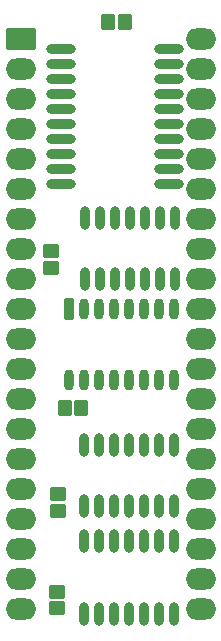
<source format=gbs>
G04 Layer: BottomSolderMaskLayer*
G04 EasyEDA v6.5.22, 2023-01-18 22:18:13*
G04 66d29df89567445d99ed279259f9073e,7be1179030e74d40a97a3c751b95adb4,10*
G04 Gerber Generator version 0.2*
G04 Scale: 100 percent, Rotated: No, Reflected: No *
G04 Dimensions in millimeters *
G04 leading zeros omitted , absolute positions ,4 integer and 5 decimal *
%FSLAX45Y45*%
%MOMM*%

%AMMACRO1*1,1,$1,$2,$3*1,1,$1,$4,$5*1,1,$1,0-$2,0-$3*1,1,$1,0-$4,0-$5*20,1,$1,$2,$3,$4,$5,0*20,1,$1,$4,$5,0-$2,0-$3,0*20,1,$1,0-$2,0-$3,0-$4,0-$5,0*20,1,$1,0-$4,0-$5,$2,$3,0*4,1,4,$2,$3,$4,$5,0-$2,0-$3,0-$4,0-$5,$2,$3,0*%
%ADD10O,2.5031954X0.8031988000000001*%
%ADD11O,0.8031988000000001X2.0031963999999998*%
%ADD12MACRO1,0.2032X-0.2997X0.8001X-0.2997X-0.8001*%
%ADD13O,0.803148X1.8031460000000001*%
%ADD14MACRO1,0.2032X0.5X0.55X-0.5X0.55*%
%ADD15MACRO1,0.2032X-0.5X-0.55X0.5X-0.55*%
%ADD16MACRO1,0.2032X0.55X-0.5X0.55X0.5*%
%ADD17MACRO1,0.2032X-0.55X0.5X-0.55X-0.5*%
%ADD18MACRO1,0.2032X-1.1989X0.8001X1.1989X0.8001*%
%ADD19O,2.6031952X1.8031968*%

%LPD*%
D10*
G01*
X2516809Y-3022600D03*
G01*
X2516809Y-2895600D03*
G01*
X2516809Y-2768600D03*
G01*
X2516809Y-2641600D03*
G01*
X2516809Y-2514600D03*
G01*
X2516809Y-2387600D03*
G01*
X2516809Y-2260600D03*
G01*
X2516809Y-2133600D03*
G01*
X2516809Y-2006600D03*
G01*
X2516809Y-1879600D03*
G01*
X3426790Y-3022600D03*
G01*
X3426790Y-2895600D03*
G01*
X3426790Y-2768600D03*
G01*
X3426790Y-2641600D03*
G01*
X3426790Y-2514600D03*
G01*
X3426790Y-2387600D03*
G01*
X3426790Y-2260600D03*
G01*
X3426790Y-2133600D03*
G01*
X3426790Y-2006600D03*
G01*
X3426790Y-1879600D03*
D11*
G01*
X3467100Y-5746394D03*
G01*
X3340100Y-5746394D03*
G01*
X3213100Y-5746394D03*
G01*
X3086100Y-5746394D03*
G01*
X2959100Y-5746394D03*
G01*
X2832100Y-5746394D03*
G01*
X2705100Y-5746394D03*
G01*
X3467100Y-5226405D03*
G01*
X3340100Y-5226405D03*
G01*
X3213100Y-5226405D03*
G01*
X3086100Y-5226405D03*
G01*
X2959100Y-5226405D03*
G01*
X2832100Y-5226405D03*
G01*
X2705100Y-5226405D03*
G01*
X3467100Y-6659879D03*
G01*
X3340100Y-6659879D03*
G01*
X3213100Y-6659879D03*
G01*
X3086100Y-6659879D03*
G01*
X2959100Y-6659879D03*
G01*
X2832100Y-6659879D03*
G01*
X2705100Y-6659879D03*
G01*
X3467100Y-6040120D03*
G01*
X3340100Y-6040120D03*
G01*
X3213100Y-6040120D03*
G01*
X3086100Y-6040120D03*
G01*
X2959100Y-6040120D03*
G01*
X2832100Y-6040120D03*
G01*
X2705100Y-6040120D03*
G01*
X3479800Y-3828694D03*
G01*
X3352800Y-3828694D03*
G01*
X3225800Y-3828694D03*
G01*
X3098800Y-3828694D03*
G01*
X2971800Y-3828694D03*
G01*
X2844800Y-3828694D03*
G01*
X2717800Y-3828694D03*
G01*
X3479800Y-3308705D03*
G01*
X3352800Y-3308705D03*
G01*
X3225800Y-3308705D03*
G01*
X3098800Y-3308705D03*
G01*
X2971800Y-3308705D03*
G01*
X2844800Y-3308705D03*
G01*
X2717800Y-3308705D03*
D12*
G01*
X2578100Y-4081500D03*
D13*
G01*
X2705100Y-4081500D03*
G01*
X2832100Y-4081500D03*
G01*
X2959100Y-4081500D03*
G01*
X3086100Y-4081500D03*
G01*
X3213100Y-4081500D03*
G01*
X3340100Y-4081500D03*
G01*
X3467100Y-4081500D03*
G01*
X2578100Y-4681499D03*
G01*
X2705100Y-4681499D03*
G01*
X2832100Y-4681499D03*
G01*
X2959100Y-4681499D03*
G01*
X3086100Y-4681499D03*
G01*
X3213100Y-4681499D03*
G01*
X3340100Y-4681499D03*
G01*
X3467100Y-4681499D03*
D14*
G01*
X3054510Y-1651001D03*
G01*
X2914510Y-1651001D03*
D15*
G01*
X2546189Y-4914898D03*
G01*
X2686189Y-4914898D03*
D16*
G01*
X2425698Y-3727610D03*
G01*
X2425698Y-3587610D03*
D17*
G01*
X2476501Y-6470489D03*
G01*
X2476501Y-6610489D03*
G01*
X2489201Y-5644989D03*
G01*
X2489201Y-5784989D03*
D18*
G01*
X2171700Y-1790700D03*
D19*
G01*
X3695700Y-6616700D03*
G01*
X2171700Y-2044700D03*
G01*
X3695700Y-6362700D03*
G01*
X2171700Y-2298700D03*
G01*
X3695700Y-6108700D03*
G01*
X2171700Y-2552700D03*
G01*
X3695700Y-5854700D03*
G01*
X2171700Y-2806700D03*
G01*
X3695700Y-5600700D03*
G01*
X2171700Y-3060700D03*
G01*
X3695700Y-5346700D03*
G01*
X2171700Y-3314700D03*
G01*
X3695700Y-5092700D03*
G01*
X2171700Y-3568700D03*
G01*
X3695700Y-4838700D03*
G01*
X2171700Y-3822700D03*
G01*
X3695700Y-4584700D03*
G01*
X2171700Y-4076700D03*
G01*
X3695700Y-4330700D03*
G01*
X2171700Y-4330700D03*
G01*
X3695700Y-4076700D03*
G01*
X2171700Y-4584700D03*
G01*
X3695700Y-3822700D03*
G01*
X2171700Y-4838700D03*
G01*
X3695700Y-3568700D03*
G01*
X2171700Y-5092700D03*
G01*
X3695700Y-3314700D03*
G01*
X2171700Y-5346700D03*
G01*
X3695700Y-3060700D03*
G01*
X2171700Y-5600700D03*
G01*
X3695700Y-2806700D03*
G01*
X2171700Y-5854700D03*
G01*
X3695700Y-2552700D03*
G01*
X2171700Y-6108700D03*
G01*
X3695700Y-2298700D03*
G01*
X2171700Y-6362700D03*
G01*
X3695700Y-2044700D03*
G01*
X2171700Y-6616700D03*
G01*
X3695700Y-1790700D03*
M02*

</source>
